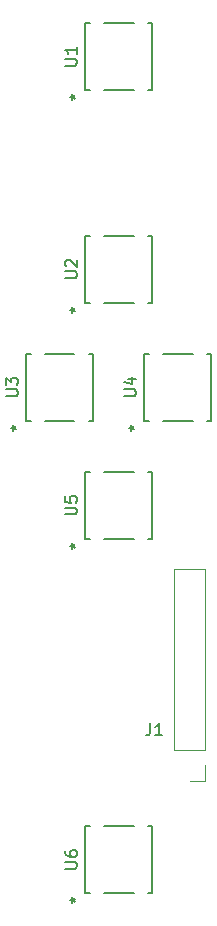
<source format=gbr>
G04 #@! TF.GenerationSoftware,KiCad,Pcbnew,5.1.9-73d0e3b20d~88~ubuntu20.04.1*
G04 #@! TF.CreationDate,2021-02-06T14:03:06-05:00*
G04 #@! TF.ProjectId,inkplate-buttons,696e6b70-6c61-4746-952d-627574746f6e,rev?*
G04 #@! TF.SameCoordinates,Original*
G04 #@! TF.FileFunction,Legend,Top*
G04 #@! TF.FilePolarity,Positive*
%FSLAX46Y46*%
G04 Gerber Fmt 4.6, Leading zero omitted, Abs format (unit mm)*
G04 Created by KiCad (PCBNEW 5.1.9-73d0e3b20d~88~ubuntu20.04.1) date 2021-02-06 14:03:06*
%MOMM*%
%LPD*%
G01*
G04 APERTURE LIST*
%ADD10C,0.120000*%
%ADD11C,0.152400*%
%ADD12C,0.150000*%
G04 APERTURE END LIST*
D10*
X117330000Y-135430000D02*
X114670000Y-135430000D01*
X117330000Y-150730000D02*
X117330000Y-135430000D01*
X114670000Y-150730000D02*
X114670000Y-135430000D01*
X117330000Y-150730000D02*
X114670000Y-150730000D01*
X117330000Y-152000000D02*
X117330000Y-153330000D01*
X117330000Y-153330000D02*
X116000000Y-153330000D01*
D11*
X107533660Y-89167900D02*
X107167900Y-89167900D01*
X111242060Y-89167900D02*
X108757940Y-89167900D01*
X112466340Y-94832100D02*
X112832100Y-94832100D01*
X108757940Y-94832100D02*
X111242060Y-94832100D01*
X107167900Y-94832100D02*
X107533660Y-94832100D01*
X107167900Y-89167900D02*
X107167900Y-94832100D01*
X112832100Y-89167900D02*
X112466340Y-89167900D01*
X112832100Y-94832100D02*
X112832100Y-89167900D01*
X107533660Y-107167900D02*
X107167900Y-107167900D01*
X111242060Y-107167900D02*
X108757940Y-107167900D01*
X112466340Y-112832100D02*
X112832100Y-112832100D01*
X108757940Y-112832100D02*
X111242060Y-112832100D01*
X107167900Y-112832100D02*
X107533660Y-112832100D01*
X107167900Y-107167900D02*
X107167900Y-112832100D01*
X112832100Y-107167900D02*
X112466340Y-107167900D01*
X112832100Y-112832100D02*
X112832100Y-107167900D01*
X107832100Y-122832100D02*
X107832100Y-117167900D01*
X107832100Y-117167900D02*
X107466340Y-117167900D01*
X102167900Y-117167900D02*
X102167900Y-122832100D01*
X102167900Y-122832100D02*
X102533660Y-122832100D01*
X103757940Y-122832100D02*
X106242060Y-122832100D01*
X107466340Y-122832100D02*
X107832100Y-122832100D01*
X106242060Y-117167900D02*
X103757940Y-117167900D01*
X102533660Y-117167900D02*
X102167900Y-117167900D01*
X112533660Y-117167900D02*
X112167900Y-117167900D01*
X116242060Y-117167900D02*
X113757940Y-117167900D01*
X117466340Y-122832100D02*
X117832100Y-122832100D01*
X113757940Y-122832100D02*
X116242060Y-122832100D01*
X112167900Y-122832100D02*
X112533660Y-122832100D01*
X112167900Y-117167900D02*
X112167900Y-122832100D01*
X117832100Y-117167900D02*
X117466340Y-117167900D01*
X117832100Y-122832100D02*
X117832100Y-117167900D01*
X112832100Y-132832100D02*
X112832100Y-127167900D01*
X112832100Y-127167900D02*
X112466340Y-127167900D01*
X107167900Y-127167900D02*
X107167900Y-132832100D01*
X107167900Y-132832100D02*
X107533660Y-132832100D01*
X108757940Y-132832100D02*
X111242060Y-132832100D01*
X112466340Y-132832100D02*
X112832100Y-132832100D01*
X111242060Y-127167900D02*
X108757940Y-127167900D01*
X107533660Y-127167900D02*
X107167900Y-127167900D01*
X112832100Y-162832100D02*
X112832100Y-157167900D01*
X112832100Y-157167900D02*
X112466340Y-157167900D01*
X107167900Y-157167900D02*
X107167900Y-162832100D01*
X107167900Y-162832100D02*
X107533660Y-162832100D01*
X108757940Y-162832100D02*
X111242060Y-162832100D01*
X112466340Y-162832100D02*
X112832100Y-162832100D01*
X111242060Y-157167900D02*
X108757940Y-157167900D01*
X107533660Y-157167900D02*
X107167900Y-157167900D01*
D12*
X112666666Y-148452380D02*
X112666666Y-149166666D01*
X112619047Y-149309523D01*
X112523809Y-149404761D01*
X112380952Y-149452380D01*
X112285714Y-149452380D01*
X113666666Y-149452380D02*
X113095238Y-149452380D01*
X113380952Y-149452380D02*
X113380952Y-148452380D01*
X113285714Y-148595238D01*
X113190476Y-148690476D01*
X113095238Y-148738095D01*
X105452380Y-92761904D02*
X106261904Y-92761904D01*
X106357142Y-92714285D01*
X106404761Y-92666666D01*
X106452380Y-92571428D01*
X106452380Y-92380952D01*
X106404761Y-92285714D01*
X106357142Y-92238095D01*
X106261904Y-92190476D01*
X105452380Y-92190476D01*
X106452380Y-91190476D02*
X106452380Y-91761904D01*
X106452380Y-91476190D02*
X105452380Y-91476190D01*
X105595238Y-91571428D01*
X105690476Y-91666666D01*
X105738095Y-91761904D01*
X105896380Y-95435350D02*
X106134476Y-95435350D01*
X106039238Y-95673445D02*
X106134476Y-95435350D01*
X106039238Y-95197254D01*
X106324952Y-95578207D02*
X106134476Y-95435350D01*
X106324952Y-95292492D01*
X105896380Y-95435350D02*
X106134476Y-95435350D01*
X106039238Y-95673445D02*
X106134476Y-95435350D01*
X106039238Y-95197254D01*
X106324952Y-95578207D02*
X106134476Y-95435350D01*
X106324952Y-95292492D01*
X105452380Y-110761904D02*
X106261904Y-110761904D01*
X106357142Y-110714285D01*
X106404761Y-110666666D01*
X106452380Y-110571428D01*
X106452380Y-110380952D01*
X106404761Y-110285714D01*
X106357142Y-110238095D01*
X106261904Y-110190476D01*
X105452380Y-110190476D01*
X105547619Y-109761904D02*
X105500000Y-109714285D01*
X105452380Y-109619047D01*
X105452380Y-109380952D01*
X105500000Y-109285714D01*
X105547619Y-109238095D01*
X105642857Y-109190476D01*
X105738095Y-109190476D01*
X105880952Y-109238095D01*
X106452380Y-109809523D01*
X106452380Y-109190476D01*
X105896380Y-113435350D02*
X106134476Y-113435350D01*
X106039238Y-113673445D02*
X106134476Y-113435350D01*
X106039238Y-113197254D01*
X106324952Y-113578207D02*
X106134476Y-113435350D01*
X106324952Y-113292492D01*
X105896380Y-113435350D02*
X106134476Y-113435350D01*
X106039238Y-113673445D02*
X106134476Y-113435350D01*
X106039238Y-113197254D01*
X106324952Y-113578207D02*
X106134476Y-113435350D01*
X106324952Y-113292492D01*
X100452380Y-120761904D02*
X101261904Y-120761904D01*
X101357142Y-120714285D01*
X101404761Y-120666666D01*
X101452380Y-120571428D01*
X101452380Y-120380952D01*
X101404761Y-120285714D01*
X101357142Y-120238095D01*
X101261904Y-120190476D01*
X100452380Y-120190476D01*
X100452380Y-119809523D02*
X100452380Y-119190476D01*
X100833333Y-119523809D01*
X100833333Y-119380952D01*
X100880952Y-119285714D01*
X100928571Y-119238095D01*
X101023809Y-119190476D01*
X101261904Y-119190476D01*
X101357142Y-119238095D01*
X101404761Y-119285714D01*
X101452380Y-119380952D01*
X101452380Y-119666666D01*
X101404761Y-119761904D01*
X101357142Y-119809523D01*
X100896380Y-123435350D02*
X101134476Y-123435350D01*
X101039238Y-123673445D02*
X101134476Y-123435350D01*
X101039238Y-123197254D01*
X101324952Y-123578207D02*
X101134476Y-123435350D01*
X101324952Y-123292492D01*
X100896380Y-123435350D02*
X101134476Y-123435350D01*
X101039238Y-123673445D02*
X101134476Y-123435350D01*
X101039238Y-123197254D01*
X101324952Y-123578207D02*
X101134476Y-123435350D01*
X101324952Y-123292492D01*
X110452380Y-120761904D02*
X111261904Y-120761904D01*
X111357142Y-120714285D01*
X111404761Y-120666666D01*
X111452380Y-120571428D01*
X111452380Y-120380952D01*
X111404761Y-120285714D01*
X111357142Y-120238095D01*
X111261904Y-120190476D01*
X110452380Y-120190476D01*
X110785714Y-119285714D02*
X111452380Y-119285714D01*
X110404761Y-119523809D02*
X111119047Y-119761904D01*
X111119047Y-119142857D01*
X110896380Y-123435350D02*
X111134476Y-123435350D01*
X111039238Y-123673445D02*
X111134476Y-123435350D01*
X111039238Y-123197254D01*
X111324952Y-123578207D02*
X111134476Y-123435350D01*
X111324952Y-123292492D01*
X110896380Y-123435350D02*
X111134476Y-123435350D01*
X111039238Y-123673445D02*
X111134476Y-123435350D01*
X111039238Y-123197254D01*
X111324952Y-123578207D02*
X111134476Y-123435350D01*
X111324952Y-123292492D01*
X105452380Y-130761904D02*
X106261904Y-130761904D01*
X106357142Y-130714285D01*
X106404761Y-130666666D01*
X106452380Y-130571428D01*
X106452380Y-130380952D01*
X106404761Y-130285714D01*
X106357142Y-130238095D01*
X106261904Y-130190476D01*
X105452380Y-130190476D01*
X105452380Y-129238095D02*
X105452380Y-129714285D01*
X105928571Y-129761904D01*
X105880952Y-129714285D01*
X105833333Y-129619047D01*
X105833333Y-129380952D01*
X105880952Y-129285714D01*
X105928571Y-129238095D01*
X106023809Y-129190476D01*
X106261904Y-129190476D01*
X106357142Y-129238095D01*
X106404761Y-129285714D01*
X106452380Y-129380952D01*
X106452380Y-129619047D01*
X106404761Y-129714285D01*
X106357142Y-129761904D01*
X105896380Y-133435350D02*
X106134476Y-133435350D01*
X106039238Y-133673445D02*
X106134476Y-133435350D01*
X106039238Y-133197254D01*
X106324952Y-133578207D02*
X106134476Y-133435350D01*
X106324952Y-133292492D01*
X105896380Y-133435350D02*
X106134476Y-133435350D01*
X106039238Y-133673445D02*
X106134476Y-133435350D01*
X106039238Y-133197254D01*
X106324952Y-133578207D02*
X106134476Y-133435350D01*
X106324952Y-133292492D01*
X105452380Y-160761904D02*
X106261904Y-160761904D01*
X106357142Y-160714285D01*
X106404761Y-160666666D01*
X106452380Y-160571428D01*
X106452380Y-160380952D01*
X106404761Y-160285714D01*
X106357142Y-160238095D01*
X106261904Y-160190476D01*
X105452380Y-160190476D01*
X105452380Y-159285714D02*
X105452380Y-159476190D01*
X105500000Y-159571428D01*
X105547619Y-159619047D01*
X105690476Y-159714285D01*
X105880952Y-159761904D01*
X106261904Y-159761904D01*
X106357142Y-159714285D01*
X106404761Y-159666666D01*
X106452380Y-159571428D01*
X106452380Y-159380952D01*
X106404761Y-159285714D01*
X106357142Y-159238095D01*
X106261904Y-159190476D01*
X106023809Y-159190476D01*
X105928571Y-159238095D01*
X105880952Y-159285714D01*
X105833333Y-159380952D01*
X105833333Y-159571428D01*
X105880952Y-159666666D01*
X105928571Y-159714285D01*
X106023809Y-159761904D01*
X105896380Y-163435350D02*
X106134476Y-163435350D01*
X106039238Y-163673445D02*
X106134476Y-163435350D01*
X106039238Y-163197254D01*
X106324952Y-163578207D02*
X106134476Y-163435350D01*
X106324952Y-163292492D01*
X105896380Y-163435350D02*
X106134476Y-163435350D01*
X106039238Y-163673445D02*
X106134476Y-163435350D01*
X106039238Y-163197254D01*
X106324952Y-163578207D02*
X106134476Y-163435350D01*
X106324952Y-163292492D01*
M02*

</source>
